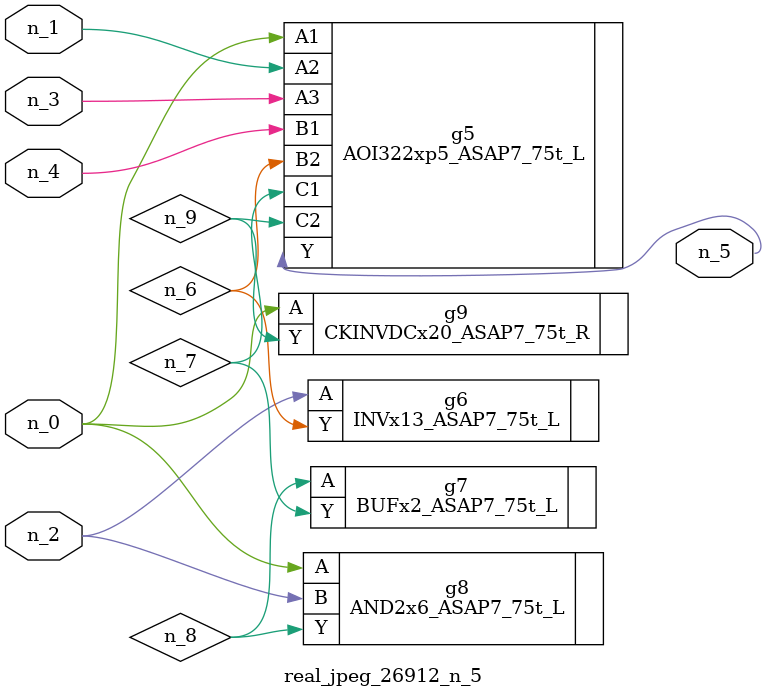
<source format=v>
module real_jpeg_26912_n_5 (n_4, n_0, n_1, n_2, n_3, n_5);

input n_4;
input n_0;
input n_1;
input n_2;
input n_3;

output n_5;

wire n_8;
wire n_6;
wire n_7;
wire n_9;

AOI322xp5_ASAP7_75t_L g5 ( 
.A1(n_0),
.A2(n_1),
.A3(n_3),
.B1(n_4),
.B2(n_6),
.C1(n_7),
.C2(n_9),
.Y(n_5)
);

AND2x6_ASAP7_75t_L g8 ( 
.A(n_0),
.B(n_2),
.Y(n_8)
);

CKINVDCx20_ASAP7_75t_R g9 ( 
.A(n_0),
.Y(n_9)
);

INVx13_ASAP7_75t_L g6 ( 
.A(n_2),
.Y(n_6)
);

BUFx2_ASAP7_75t_L g7 ( 
.A(n_8),
.Y(n_7)
);


endmodule
</source>
